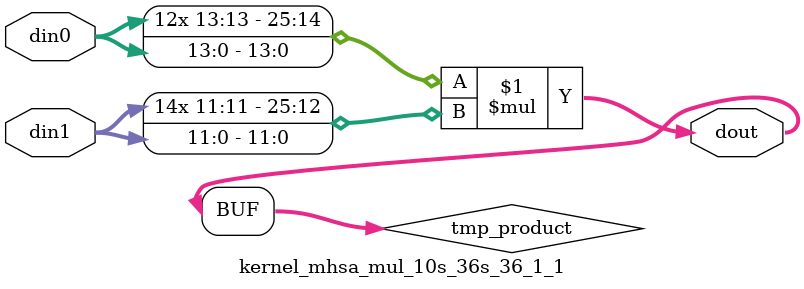
<source format=v>

`timescale 1 ns / 1 ps

 module kernel_mhsa_mul_10s_36s_36_1_1(din0, din1, dout);
parameter ID = 1;
parameter NUM_STAGE = 0;
parameter din0_WIDTH = 14;
parameter din1_WIDTH = 12;
parameter dout_WIDTH = 26;

input [din0_WIDTH - 1 : 0] din0; 
input [din1_WIDTH - 1 : 0] din1; 
output [dout_WIDTH - 1 : 0] dout;

wire signed [dout_WIDTH - 1 : 0] tmp_product;



























assign tmp_product = $signed(din0) * $signed(din1);








assign dout = tmp_product;





















endmodule

</source>
